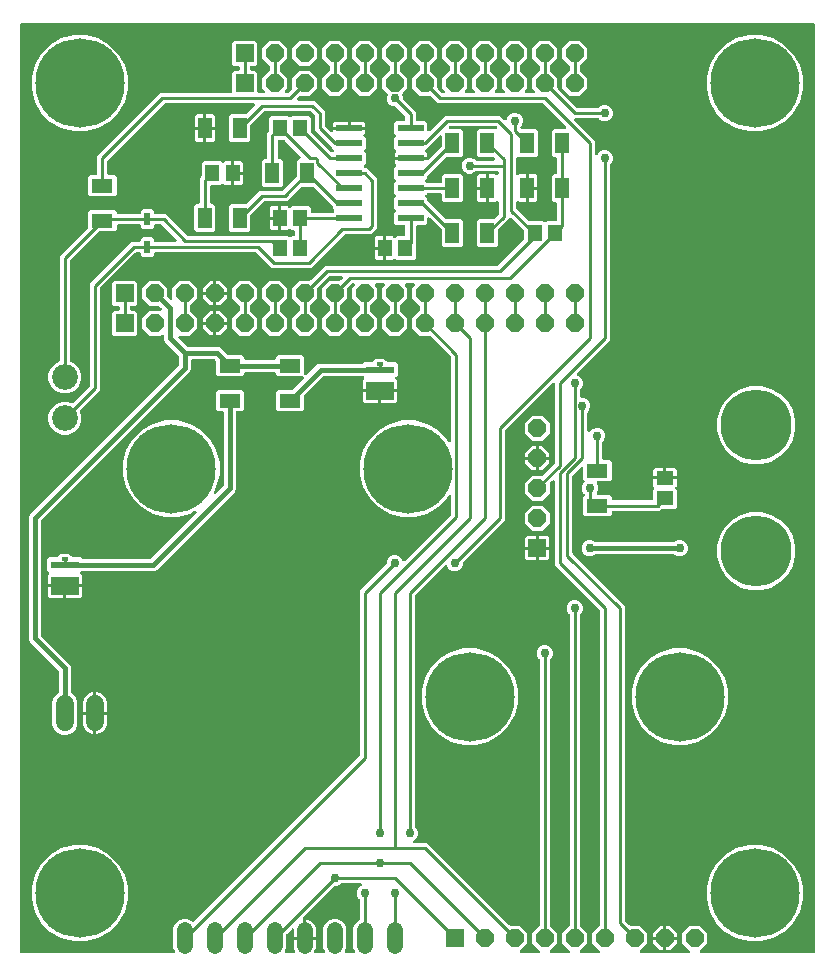
<source format=gbr>
G04 EAGLE Gerber RS-274X export*
G75*
%MOMM*%
%FSLAX34Y34*%
%LPD*%
%INTop Copper*%
%IPPOS*%
%AMOC8*
5,1,8,0,0,1.08239X$1,22.5*%
G01*
G04 Define Apertures*
%ADD10R,1.164600X1.465300*%
%ADD11R,1.524000X1.524000*%
%ADD12P,1.64956X8X22.5*%
%ADD13C,2.184400*%
%ADD14R,2.200000X0.600000*%
%ADD15R,1.164600X1.815300*%
%ADD16P,1.64956X8X112.5*%
%ADD17R,1.465300X1.164600*%
%ADD18R,1.815300X1.164600*%
%ADD19C,1.320800*%
%ADD20R,2.400000X1.600000*%
%ADD21R,2.400000X0.600000*%
%ADD22R,0.500000X0.300000*%
%ADD23C,7.550000*%
%ADD24R,0.500000X1.100000*%
%ADD25C,1.524000*%
%ADD26C,6.000000*%
%ADD27C,0.756400*%
%ADD28C,0.254000*%
%ADD29C,0.406400*%
G36*
X143072Y12801D02*
X143489Y13086D01*
X143762Y13512D01*
X143846Y14010D01*
X143750Y14456D01*
X142748Y16876D01*
X142748Y33924D01*
X144217Y37471D01*
X146933Y40187D01*
X150480Y41656D01*
X154320Y41656D01*
X157867Y40187D01*
X158576Y39478D01*
X158997Y39199D01*
X159494Y39107D01*
X159988Y39215D01*
X160372Y39478D01*
X300110Y179217D01*
X300389Y179638D01*
X300482Y180115D01*
X300482Y319289D01*
X322998Y341805D01*
X323277Y342226D01*
X323370Y342703D01*
X323370Y344259D01*
X324410Y346769D01*
X326331Y348690D01*
X328841Y349730D01*
X331559Y349730D01*
X334069Y348690D01*
X335990Y346769D01*
X336631Y345221D01*
X336914Y344802D01*
X337337Y344526D01*
X337835Y344438D01*
X338328Y344550D01*
X338703Y344809D01*
X377484Y383591D01*
X377763Y384012D01*
X377856Y384489D01*
X377856Y399320D01*
X377755Y399815D01*
X377470Y400232D01*
X377044Y400504D01*
X376546Y400589D01*
X376054Y400473D01*
X375646Y400174D01*
X375486Y399955D01*
X374277Y397860D01*
X366681Y390263D01*
X357377Y384892D01*
X347001Y382112D01*
X336259Y382112D01*
X325883Y384892D01*
X316580Y390263D01*
X308983Y397860D01*
X303612Y407163D01*
X300832Y417539D01*
X300832Y428281D01*
X303612Y438657D01*
X308983Y447961D01*
X316580Y455557D01*
X325883Y460928D01*
X336259Y463708D01*
X347001Y463708D01*
X357377Y460928D01*
X366681Y455557D01*
X374277Y447961D01*
X375486Y445865D01*
X375821Y445487D01*
X376277Y445269D01*
X376782Y445246D01*
X377256Y445421D01*
X377624Y445768D01*
X377827Y446231D01*
X377856Y446500D01*
X377856Y517211D01*
X377755Y517707D01*
X377484Y518109D01*
X360533Y535060D01*
X360112Y535339D01*
X359635Y535432D01*
X351181Y535432D01*
X344932Y541681D01*
X344932Y550519D01*
X350910Y556497D01*
X351189Y556918D01*
X351282Y557395D01*
X351282Y560205D01*
X351181Y560700D01*
X350910Y561103D01*
X344932Y567081D01*
X344932Y575919D01*
X346727Y577714D01*
X347006Y578135D01*
X347099Y578632D01*
X346991Y579126D01*
X346698Y579538D01*
X346268Y579804D01*
X345829Y579882D01*
X339971Y579882D01*
X339476Y579781D01*
X339059Y579496D01*
X338786Y579070D01*
X338702Y578572D01*
X338818Y578080D01*
X339073Y577714D01*
X340868Y575919D01*
X340868Y567081D01*
X334890Y561103D01*
X334611Y560682D01*
X334518Y560205D01*
X334518Y557395D01*
X334619Y556900D01*
X334890Y556497D01*
X340868Y550519D01*
X340868Y541681D01*
X334619Y535432D01*
X325781Y535432D01*
X319532Y541681D01*
X319532Y550519D01*
X325510Y556497D01*
X325789Y556918D01*
X325882Y557395D01*
X325882Y560205D01*
X325781Y560700D01*
X325510Y561103D01*
X319532Y567081D01*
X319532Y575919D01*
X321327Y577714D01*
X321606Y578135D01*
X321699Y578632D01*
X321591Y579126D01*
X321298Y579538D01*
X320868Y579804D01*
X320429Y579882D01*
X314571Y579882D01*
X314076Y579781D01*
X313659Y579496D01*
X313386Y579070D01*
X313302Y578572D01*
X313418Y578080D01*
X313673Y577714D01*
X315468Y575919D01*
X315468Y567081D01*
X309490Y561103D01*
X309211Y560682D01*
X309118Y560205D01*
X309118Y557395D01*
X309219Y556900D01*
X309490Y556497D01*
X315468Y550519D01*
X315468Y541681D01*
X309219Y535432D01*
X300381Y535432D01*
X294132Y541681D01*
X294132Y550519D01*
X300110Y556497D01*
X300389Y556918D01*
X300482Y557395D01*
X300482Y560205D01*
X300381Y560700D01*
X300110Y561103D01*
X294132Y567081D01*
X294132Y575919D01*
X295927Y577714D01*
X296206Y578135D01*
X296299Y578632D01*
X296191Y579126D01*
X295898Y579538D01*
X295468Y579804D01*
X295029Y579882D01*
X294415Y579882D01*
X293919Y579781D01*
X293517Y579510D01*
X290440Y576433D01*
X290161Y576012D01*
X290068Y575535D01*
X290068Y567081D01*
X284090Y561103D01*
X283811Y560682D01*
X283718Y560205D01*
X283718Y557395D01*
X283819Y556900D01*
X284090Y556497D01*
X290068Y550519D01*
X290068Y541681D01*
X283819Y535432D01*
X274981Y535432D01*
X268732Y541681D01*
X268732Y550519D01*
X274710Y556497D01*
X274989Y556918D01*
X275082Y557395D01*
X275082Y560205D01*
X274981Y560700D01*
X274710Y561103D01*
X268732Y567081D01*
X268732Y575919D01*
X274981Y582168D01*
X283435Y582168D01*
X283931Y582269D01*
X284333Y582540D01*
X285857Y584064D01*
X286137Y584485D01*
X286229Y584982D01*
X286121Y585476D01*
X285828Y585888D01*
X285398Y586154D01*
X284959Y586232D01*
X275365Y586232D01*
X274869Y586131D01*
X274467Y585860D01*
X265040Y576433D01*
X264761Y576012D01*
X264668Y575535D01*
X264668Y567081D01*
X258690Y561103D01*
X258411Y560682D01*
X258318Y560205D01*
X258318Y557395D01*
X258419Y556900D01*
X258690Y556497D01*
X264668Y550519D01*
X264668Y541681D01*
X258419Y535432D01*
X249581Y535432D01*
X243332Y541681D01*
X243332Y550519D01*
X249310Y556497D01*
X249589Y556918D01*
X249682Y557395D01*
X249682Y560205D01*
X249581Y560700D01*
X249310Y561103D01*
X243332Y567081D01*
X243332Y575919D01*
X249581Y582168D01*
X258035Y582168D01*
X258531Y582269D01*
X258933Y582540D01*
X271261Y594868D01*
X416785Y594868D01*
X417281Y594969D01*
X417683Y595240D01*
X439203Y616760D01*
X439482Y617181D01*
X439575Y617658D01*
X439575Y623767D01*
X439474Y624263D01*
X439203Y624665D01*
X428761Y635107D01*
X428340Y635387D01*
X427843Y635479D01*
X427349Y635371D01*
X426937Y635078D01*
X426671Y634648D01*
X426620Y634359D01*
X417697Y625436D01*
X417418Y625015D01*
X417325Y624538D01*
X417325Y611961D01*
X415540Y610176D01*
X401369Y610176D01*
X399583Y611961D01*
X399583Y632639D01*
X401369Y634425D01*
X413946Y634425D01*
X414441Y634525D01*
X414844Y634796D01*
X417585Y637538D01*
X417864Y637959D01*
X417957Y638436D01*
X417957Y648345D01*
X417856Y648841D01*
X417571Y649258D01*
X417145Y649530D01*
X416647Y649615D01*
X416155Y649498D01*
X415789Y649243D01*
X415329Y648784D01*
X409724Y648784D01*
X409724Y672017D01*
X415329Y672017D01*
X415789Y671557D01*
X416210Y671278D01*
X416707Y671185D01*
X417201Y671293D01*
X417613Y671586D01*
X417879Y672016D01*
X417957Y672455D01*
X417957Y673862D01*
X417856Y674357D01*
X417571Y674774D01*
X417145Y675047D01*
X416687Y675132D01*
X399567Y675132D01*
X399072Y675031D01*
X398669Y674760D01*
X397569Y673660D01*
X395059Y672620D01*
X392341Y672620D01*
X389831Y673660D01*
X387910Y675581D01*
X386870Y678091D01*
X386870Y680809D01*
X387910Y683319D01*
X389831Y685240D01*
X392341Y686280D01*
X395059Y686280D01*
X397569Y685240D01*
X398669Y684140D01*
X399091Y683861D01*
X399567Y683768D01*
X414013Y683768D01*
X414509Y683869D01*
X414926Y684154D01*
X415198Y684580D01*
X415283Y685078D01*
X415166Y685570D01*
X414911Y685936D01*
X414844Y686004D01*
X414423Y686283D01*
X413946Y686376D01*
X401369Y686376D01*
X399583Y688161D01*
X399583Y708839D01*
X401369Y710625D01*
X415402Y710625D01*
X415897Y710725D01*
X416314Y711011D01*
X416586Y711437D01*
X416671Y711935D01*
X416555Y712427D01*
X416300Y712793D01*
X416232Y712860D01*
X415811Y713139D01*
X415334Y713232D01*
X376965Y713232D01*
X376469Y713131D01*
X376067Y712860D01*
X375999Y712793D01*
X375720Y712371D01*
X375627Y711874D01*
X375736Y711381D01*
X376028Y710968D01*
X376458Y710703D01*
X376897Y710625D01*
X386032Y710625D01*
X387817Y708839D01*
X387817Y688161D01*
X386032Y686376D01*
X373454Y686376D01*
X372959Y686275D01*
X372556Y686004D01*
X357920Y671367D01*
X357641Y670946D01*
X357548Y670469D01*
X357548Y668838D01*
X356359Y667648D01*
X356079Y667227D01*
X355987Y666730D01*
X356095Y666236D01*
X356359Y665852D01*
X357121Y665090D01*
X357542Y664811D01*
X358019Y664718D01*
X368805Y664718D01*
X369300Y664819D01*
X369717Y665104D01*
X369990Y665530D01*
X370075Y665988D01*
X370075Y670739D01*
X371861Y672525D01*
X386032Y672525D01*
X387817Y670739D01*
X387817Y650061D01*
X386032Y648276D01*
X371861Y648276D01*
X370075Y650061D01*
X370075Y654812D01*
X369974Y655307D01*
X369689Y655724D01*
X369263Y655997D01*
X368805Y656082D01*
X358019Y656082D01*
X357523Y655981D01*
X357121Y655710D01*
X356359Y654948D01*
X356079Y654527D01*
X355987Y654030D01*
X356095Y653536D01*
X356359Y653152D01*
X357548Y651963D01*
X357548Y650331D01*
X357649Y649835D01*
X357920Y649433D01*
X372556Y634796D01*
X372978Y634517D01*
X373454Y634425D01*
X386032Y634425D01*
X387817Y632639D01*
X387817Y611961D01*
X386032Y610176D01*
X371861Y610176D01*
X370075Y611961D01*
X370075Y624538D01*
X369974Y625034D01*
X369703Y625436D01*
X359716Y635423D01*
X359295Y635703D01*
X358798Y635795D01*
X358304Y635687D01*
X357892Y635394D01*
X357626Y634964D01*
X357548Y634525D01*
X357548Y630738D01*
X355763Y628952D01*
X349088Y628952D01*
X348593Y628851D01*
X348176Y628566D01*
X347903Y628140D01*
X347818Y627682D01*
X347818Y618722D01*
X347825Y618688D01*
X347825Y601011D01*
X346040Y599226D01*
X331869Y599226D01*
X330739Y600355D01*
X330317Y600634D01*
X329821Y600727D01*
X329327Y600619D01*
X328943Y600355D01*
X328321Y599734D01*
X322716Y599734D01*
X322716Y619467D01*
X328321Y619467D01*
X328943Y618845D01*
X329364Y618566D01*
X329861Y618473D01*
X330355Y618582D01*
X330739Y618845D01*
X331869Y619975D01*
X337912Y619975D01*
X338407Y620075D01*
X338824Y620361D01*
X339097Y620787D01*
X339182Y621245D01*
X339182Y627682D01*
X339081Y628177D01*
X338796Y628594D01*
X338370Y628867D01*
X337912Y628952D01*
X331238Y628952D01*
X329452Y630738D01*
X329452Y639263D01*
X330641Y640452D01*
X330921Y640873D01*
X331013Y641370D01*
X330905Y641864D01*
X330641Y642248D01*
X329452Y643438D01*
X329452Y651963D01*
X330641Y653152D01*
X330921Y653573D01*
X331013Y654070D01*
X330905Y654564D01*
X330641Y654948D01*
X329452Y656138D01*
X329452Y664663D01*
X330641Y665852D01*
X330921Y666273D01*
X331013Y666770D01*
X330905Y667264D01*
X330641Y667648D01*
X329452Y668838D01*
X329452Y677363D01*
X331001Y678911D01*
X331280Y679333D01*
X331373Y679829D01*
X331264Y680323D01*
X331001Y680707D01*
X329960Y681748D01*
X329960Y684530D01*
X357675Y684530D01*
X357675Y684695D01*
X357852Y684582D01*
X358350Y684497D01*
X358842Y684614D01*
X359208Y684869D01*
X369703Y695364D01*
X369982Y695785D01*
X370075Y696262D01*
X370075Y703802D01*
X369974Y704298D01*
X369689Y704715D01*
X369263Y704987D01*
X368765Y705072D01*
X368273Y704955D01*
X367907Y704700D01*
X357920Y694713D01*
X357716Y694406D01*
X355999Y692689D01*
X355720Y692267D01*
X355628Y691771D01*
X355736Y691277D01*
X355999Y690893D01*
X357040Y689852D01*
X357040Y687070D01*
X329960Y687070D01*
X329960Y689852D01*
X331001Y690893D01*
X331280Y691314D01*
X331373Y691811D01*
X331264Y692305D01*
X331001Y692689D01*
X329452Y694238D01*
X329452Y702763D01*
X330641Y703952D01*
X330921Y704373D01*
X331013Y704870D01*
X330905Y705364D01*
X330641Y705748D01*
X329452Y706938D01*
X329452Y715463D01*
X331238Y717248D01*
X337912Y717248D01*
X338407Y717349D01*
X338824Y717634D01*
X339097Y718060D01*
X339182Y718518D01*
X339182Y720759D01*
X339081Y721255D01*
X338810Y721657D01*
X331295Y729172D01*
X330874Y729451D01*
X330397Y729544D01*
X328841Y729544D01*
X326331Y730584D01*
X324410Y732505D01*
X323370Y735015D01*
X323370Y737733D01*
X324015Y739290D01*
X324112Y739786D01*
X324007Y740280D01*
X323740Y740674D01*
X319532Y744881D01*
X319532Y753719D01*
X325510Y759697D01*
X325789Y760118D01*
X325882Y760595D01*
X325882Y763405D01*
X325781Y763900D01*
X325510Y764303D01*
X319532Y770281D01*
X319532Y779119D01*
X325781Y785368D01*
X334619Y785368D01*
X340868Y779119D01*
X340868Y770281D01*
X334890Y764303D01*
X334611Y763882D01*
X334518Y763405D01*
X334518Y760595D01*
X334619Y760100D01*
X334890Y759697D01*
X340868Y753719D01*
X340868Y744881D01*
X336660Y740674D01*
X336381Y740252D01*
X336289Y739755D01*
X336385Y739290D01*
X337030Y737733D01*
X337030Y736177D01*
X337131Y735681D01*
X337402Y735279D01*
X347818Y724863D01*
X347818Y718518D01*
X347919Y718023D01*
X348204Y717606D01*
X348630Y717333D01*
X349088Y717248D01*
X355763Y717248D01*
X357548Y715463D01*
X357548Y709621D01*
X357649Y709125D01*
X357934Y708708D01*
X358360Y708436D01*
X358858Y708351D01*
X359350Y708468D01*
X359716Y708723D01*
X372861Y721868D01*
X419437Y721868D01*
X422872Y718433D01*
X423294Y718154D01*
X423791Y718061D01*
X424284Y718170D01*
X424697Y718462D01*
X424944Y718845D01*
X426010Y721419D01*
X427931Y723340D01*
X430441Y724380D01*
X433159Y724380D01*
X435669Y723340D01*
X437590Y721419D01*
X438630Y718909D01*
X438630Y716191D01*
X437590Y713681D01*
X436702Y712793D01*
X436422Y712371D01*
X436330Y711874D01*
X436438Y711381D01*
X436731Y710968D01*
X437161Y710703D01*
X437600Y710625D01*
X449532Y710625D01*
X451317Y708839D01*
X451317Y688161D01*
X449532Y686376D01*
X435361Y686376D01*
X435111Y686625D01*
X434690Y686904D01*
X434193Y686997D01*
X433699Y686888D01*
X433287Y686596D01*
X433021Y686166D01*
X432943Y685727D01*
X432943Y672455D01*
X433044Y671959D01*
X433329Y671542D01*
X433755Y671270D01*
X434253Y671185D01*
X434745Y671302D01*
X435111Y671557D01*
X435571Y672017D01*
X441176Y672017D01*
X441176Y648784D01*
X435571Y648784D01*
X435111Y649243D01*
X434690Y649523D01*
X434193Y649615D01*
X433699Y649507D01*
X433287Y649214D01*
X433021Y648784D01*
X432943Y648345D01*
X432943Y643665D01*
X433044Y643169D01*
X433315Y642767D01*
X443035Y633046D01*
X443457Y632767D01*
X443933Y632675D01*
X455532Y632675D01*
X456302Y631904D01*
X456723Y631625D01*
X457220Y631532D01*
X457714Y631641D01*
X458098Y631904D01*
X458869Y632675D01*
X466366Y632675D01*
X466861Y632775D01*
X467278Y633061D01*
X467551Y633487D01*
X467636Y633945D01*
X467636Y647006D01*
X467535Y647501D01*
X467250Y647918D01*
X466824Y648190D01*
X466366Y648276D01*
X464869Y648276D01*
X463083Y650061D01*
X463083Y670739D01*
X464869Y672525D01*
X466366Y672525D01*
X466861Y672625D01*
X467278Y672911D01*
X467551Y673337D01*
X467636Y673795D01*
X467636Y685106D01*
X467535Y685601D01*
X467250Y686018D01*
X466824Y686290D01*
X466366Y686376D01*
X464869Y686376D01*
X463083Y688161D01*
X463083Y708839D01*
X464869Y710625D01*
X474003Y710625D01*
X474498Y710725D01*
X474915Y711011D01*
X475188Y711437D01*
X475272Y711935D01*
X475156Y712427D01*
X474901Y712793D01*
X455783Y731910D01*
X455362Y732189D01*
X454885Y732282D01*
X366511Y732282D01*
X360533Y738260D01*
X360112Y738539D01*
X359635Y738632D01*
X351181Y738632D01*
X344932Y744881D01*
X344932Y753719D01*
X350910Y759697D01*
X351189Y760118D01*
X351282Y760595D01*
X351282Y763405D01*
X351181Y763900D01*
X350910Y764303D01*
X344932Y770281D01*
X344932Y779119D01*
X351181Y785368D01*
X360019Y785368D01*
X366268Y779119D01*
X366268Y770281D01*
X360290Y764303D01*
X360011Y763882D01*
X359918Y763405D01*
X359918Y760595D01*
X360019Y760100D01*
X360290Y759697D01*
X366268Y753719D01*
X366268Y745265D01*
X366369Y744769D01*
X366640Y744367D01*
X369717Y741290D01*
X370138Y741011D01*
X370615Y740918D01*
X371229Y740918D01*
X371724Y741019D01*
X372141Y741304D01*
X372414Y741730D01*
X372498Y742228D01*
X372382Y742720D01*
X372127Y743086D01*
X370332Y744881D01*
X370332Y753719D01*
X376310Y759697D01*
X376589Y760118D01*
X376682Y760595D01*
X376682Y763405D01*
X376581Y763900D01*
X376310Y764303D01*
X370332Y770281D01*
X370332Y779119D01*
X376581Y785368D01*
X385419Y785368D01*
X391668Y779119D01*
X391668Y770281D01*
X385690Y764303D01*
X385411Y763882D01*
X385318Y763405D01*
X385318Y760595D01*
X385419Y760100D01*
X385690Y759697D01*
X391668Y753719D01*
X391668Y744881D01*
X389873Y743086D01*
X389594Y742665D01*
X389501Y742168D01*
X389610Y741674D01*
X389902Y741262D01*
X390332Y740996D01*
X390771Y740918D01*
X396629Y740918D01*
X397124Y741019D01*
X397541Y741304D01*
X397814Y741730D01*
X397898Y742228D01*
X397782Y742720D01*
X397527Y743086D01*
X395732Y744881D01*
X395732Y753719D01*
X401710Y759697D01*
X401989Y760118D01*
X402082Y760595D01*
X402082Y763405D01*
X401981Y763900D01*
X401710Y764303D01*
X395732Y770281D01*
X395732Y779119D01*
X401981Y785368D01*
X410819Y785368D01*
X417068Y779119D01*
X417068Y770281D01*
X411090Y764303D01*
X410811Y763882D01*
X410718Y763405D01*
X410718Y760595D01*
X410819Y760100D01*
X411090Y759697D01*
X417068Y753719D01*
X417068Y744881D01*
X415273Y743086D01*
X414994Y742665D01*
X414901Y742168D01*
X415010Y741674D01*
X415302Y741262D01*
X415732Y740996D01*
X416171Y740918D01*
X422029Y740918D01*
X422524Y741019D01*
X422941Y741304D01*
X423214Y741730D01*
X423298Y742228D01*
X423182Y742720D01*
X422927Y743086D01*
X421132Y744881D01*
X421132Y753719D01*
X427110Y759697D01*
X427389Y760118D01*
X427482Y760595D01*
X427482Y763405D01*
X427381Y763900D01*
X427110Y764303D01*
X421132Y770281D01*
X421132Y779119D01*
X427381Y785368D01*
X436219Y785368D01*
X442468Y779119D01*
X442468Y770281D01*
X436490Y764303D01*
X436211Y763882D01*
X436118Y763405D01*
X436118Y760595D01*
X436219Y760100D01*
X436490Y759697D01*
X442468Y753719D01*
X442468Y744881D01*
X440673Y743086D01*
X440394Y742665D01*
X440301Y742168D01*
X440410Y741674D01*
X440702Y741262D01*
X441132Y740996D01*
X441571Y740918D01*
X447429Y740918D01*
X447924Y741019D01*
X448341Y741304D01*
X448614Y741730D01*
X448698Y742228D01*
X448582Y742720D01*
X448327Y743086D01*
X446532Y744881D01*
X446532Y753719D01*
X452510Y759697D01*
X452789Y760118D01*
X452882Y760595D01*
X452882Y763405D01*
X452781Y763900D01*
X452510Y764303D01*
X446532Y770281D01*
X446532Y779119D01*
X452781Y785368D01*
X461619Y785368D01*
X467868Y779119D01*
X467868Y770281D01*
X461890Y764303D01*
X461611Y763882D01*
X461518Y763405D01*
X461518Y760595D01*
X461619Y760100D01*
X461890Y759697D01*
X467868Y753719D01*
X467868Y745265D01*
X467969Y744769D01*
X468240Y744367D01*
X484017Y728590D01*
X484438Y728311D01*
X484915Y728218D01*
X502133Y728218D01*
X502628Y728319D01*
X503031Y728590D01*
X504131Y729690D01*
X506641Y730730D01*
X509359Y730730D01*
X511869Y729690D01*
X513790Y727769D01*
X514830Y725259D01*
X514830Y722541D01*
X513790Y720031D01*
X511869Y718110D01*
X509359Y717070D01*
X506641Y717070D01*
X504131Y718110D01*
X503031Y719210D01*
X502610Y719489D01*
X502133Y719582D01*
X483391Y719582D01*
X482895Y719481D01*
X482478Y719196D01*
X482206Y718770D01*
X482121Y718272D01*
X482238Y717780D01*
X482493Y717414D01*
X499618Y700289D01*
X499618Y689796D01*
X499719Y689301D01*
X500004Y688884D01*
X500430Y688612D01*
X500928Y688527D01*
X501420Y688643D01*
X501828Y688942D01*
X502061Y689310D01*
X502210Y689669D01*
X504131Y691590D01*
X506641Y692630D01*
X509359Y692630D01*
X511869Y691590D01*
X513790Y689669D01*
X514830Y687159D01*
X514830Y684441D01*
X513790Y681931D01*
X512690Y680831D01*
X512411Y680410D01*
X512318Y679933D01*
X512318Y531611D01*
X484509Y503803D01*
X484230Y503381D01*
X484137Y502884D01*
X484246Y502391D01*
X484538Y501978D01*
X484921Y501731D01*
X486469Y501090D01*
X488390Y499169D01*
X489430Y496659D01*
X489430Y493941D01*
X488390Y491431D01*
X487290Y490331D01*
X487011Y489910D01*
X486918Y489433D01*
X486918Y484350D01*
X487019Y483855D01*
X487304Y483438D01*
X487730Y483165D01*
X488188Y483080D01*
X490309Y483080D01*
X492819Y482040D01*
X494740Y480119D01*
X495780Y477609D01*
X495780Y474891D01*
X494740Y472381D01*
X493640Y471281D01*
X493361Y470860D01*
X493268Y470383D01*
X493268Y455392D01*
X493369Y454897D01*
X493654Y454480D01*
X494080Y454207D01*
X494578Y454123D01*
X495070Y454239D01*
X495478Y454538D01*
X495521Y454606D01*
X497555Y456640D01*
X500065Y457680D01*
X502783Y457680D01*
X505293Y456640D01*
X507214Y454719D01*
X508254Y452209D01*
X508254Y449491D01*
X507214Y446981D01*
X506340Y446107D01*
X506061Y445686D01*
X505968Y445209D01*
X505968Y431295D01*
X506069Y430800D01*
X506354Y430383D01*
X506780Y430110D01*
X507238Y430025D01*
X511989Y430025D01*
X513775Y428240D01*
X513775Y414069D01*
X511989Y412283D01*
X502142Y412283D01*
X501647Y412182D01*
X501230Y411897D01*
X500958Y411471D01*
X500873Y410973D01*
X500989Y410481D01*
X501022Y410433D01*
X502130Y407759D01*
X502130Y405041D01*
X501004Y402322D01*
X500965Y402264D01*
X500872Y401767D01*
X500981Y401273D01*
X501273Y400861D01*
X501703Y400595D01*
X502142Y400517D01*
X511989Y400517D01*
X513775Y398732D01*
X513775Y397234D01*
X513875Y396739D01*
X514161Y396322D01*
X514587Y396049D01*
X515045Y395964D01*
X547156Y395964D01*
X547651Y396065D01*
X548068Y396350D01*
X548340Y396776D01*
X548426Y397234D01*
X548426Y404732D01*
X549555Y405861D01*
X549834Y406283D01*
X549927Y406779D01*
X549819Y407273D01*
X549555Y407657D01*
X548934Y408279D01*
X548934Y413884D01*
X568667Y413884D01*
X568667Y408279D01*
X568045Y407657D01*
X567766Y407236D01*
X567673Y406739D01*
X567782Y406245D01*
X568045Y405861D01*
X569175Y404732D01*
X569175Y390561D01*
X567389Y388775D01*
X556562Y388775D01*
X556066Y388674D01*
X555664Y388403D01*
X554589Y387328D01*
X515045Y387328D01*
X514549Y387227D01*
X514132Y386942D01*
X513860Y386516D01*
X513775Y386058D01*
X513775Y384561D01*
X511989Y382775D01*
X491311Y382775D01*
X489526Y384561D01*
X489526Y398732D01*
X490519Y399725D01*
X490799Y400147D01*
X490891Y400644D01*
X490783Y401137D01*
X490519Y401522D01*
X489510Y402531D01*
X488470Y405041D01*
X488470Y407759D01*
X489510Y410269D01*
X490519Y411279D01*
X490799Y411700D01*
X490891Y412197D01*
X490783Y412690D01*
X490519Y413075D01*
X489526Y414069D01*
X489526Y423203D01*
X489425Y423698D01*
X489139Y424115D01*
X488713Y424388D01*
X488215Y424472D01*
X487723Y424356D01*
X487357Y424101D01*
X480940Y417683D01*
X480661Y417262D01*
X480568Y416785D01*
X480568Y351565D01*
X480669Y351069D01*
X480940Y350667D01*
X525018Y306589D01*
X525018Y40415D01*
X525119Y39919D01*
X525390Y39517D01*
X528467Y36440D01*
X528888Y36161D01*
X529365Y36068D01*
X537819Y36068D01*
X544068Y29819D01*
X544068Y20981D01*
X537955Y14868D01*
X537676Y14447D01*
X537583Y13950D01*
X537692Y13456D01*
X537984Y13044D01*
X538414Y12778D01*
X538853Y12700D01*
X578747Y12700D01*
X579242Y12801D01*
X579659Y13086D01*
X579932Y13512D01*
X580016Y14010D01*
X579900Y14502D01*
X579645Y14868D01*
X573532Y20981D01*
X573532Y29819D01*
X579781Y36068D01*
X588619Y36068D01*
X594868Y29819D01*
X594868Y20981D01*
X588755Y14868D01*
X588476Y14447D01*
X588383Y13950D01*
X588492Y13456D01*
X588784Y13044D01*
X589214Y12778D01*
X589653Y12700D01*
X684530Y12700D01*
X685025Y12801D01*
X685442Y13086D01*
X685715Y13512D01*
X685800Y13970D01*
X685800Y798830D01*
X685699Y799325D01*
X685414Y799742D01*
X684988Y800015D01*
X684530Y800100D01*
X13970Y800100D01*
X13475Y799999D01*
X13058Y799714D01*
X12785Y799288D01*
X12700Y798830D01*
X12700Y13970D01*
X12801Y13475D01*
X13086Y13058D01*
X13512Y12785D01*
X13970Y12700D01*
X142577Y12700D01*
X143072Y12801D01*
G37*
%LPC*%
G36*
X629629Y708502D02*
X619253Y711282D01*
X609950Y716653D01*
X602353Y724250D01*
X596982Y733553D01*
X594202Y743929D01*
X594202Y754671D01*
X596982Y765047D01*
X602353Y774351D01*
X609950Y781947D01*
X619253Y787318D01*
X629629Y790098D01*
X640371Y790098D01*
X650747Y787318D01*
X660051Y781947D01*
X667647Y774351D01*
X673018Y765047D01*
X675798Y754671D01*
X675798Y743929D01*
X673018Y733553D01*
X667647Y724250D01*
X660051Y716653D01*
X650747Y711282D01*
X640371Y708502D01*
X629629Y708502D01*
G37*
G36*
X58129Y708502D02*
X47753Y711282D01*
X38450Y716653D01*
X30853Y724250D01*
X25482Y733553D01*
X22702Y743929D01*
X22702Y754671D01*
X25482Y765047D01*
X30853Y774351D01*
X38450Y781947D01*
X47753Y787318D01*
X58129Y790098D01*
X68871Y790098D01*
X79247Y787318D01*
X88551Y781947D01*
X96147Y774351D01*
X101518Y765047D01*
X104298Y754671D01*
X104298Y743929D01*
X101518Y733553D01*
X96147Y724250D01*
X88551Y716653D01*
X79247Y711282D01*
X68871Y708502D01*
X58129Y708502D01*
G37*
G36*
X48003Y451630D02*
X42869Y453757D01*
X38939Y457687D01*
X36812Y462821D01*
X36812Y468379D01*
X38939Y473513D01*
X42869Y477443D01*
X48003Y479570D01*
X53561Y479570D01*
X56372Y478406D01*
X56868Y478309D01*
X57363Y478413D01*
X57756Y478681D01*
X71510Y492435D01*
X71789Y492856D01*
X71882Y493333D01*
X71882Y579639D01*
X107111Y614868D01*
X113832Y614868D01*
X114327Y614969D01*
X114744Y615254D01*
X115017Y615680D01*
X115102Y616138D01*
X115102Y617313D01*
X116888Y619098D01*
X124413Y619098D01*
X126198Y617313D01*
X126198Y616138D01*
X126299Y615643D01*
X126584Y615226D01*
X127010Y614953D01*
X127468Y614868D01*
X144309Y614868D01*
X144805Y614969D01*
X145222Y615254D01*
X145494Y615680D01*
X145579Y616178D01*
X145462Y616670D01*
X145207Y617036D01*
X132883Y629360D01*
X132462Y629639D01*
X131985Y629732D01*
X127468Y629732D01*
X126973Y629631D01*
X126556Y629346D01*
X126283Y628920D01*
X126198Y628462D01*
X126198Y627288D01*
X124413Y625502D01*
X116888Y625502D01*
X115102Y627288D01*
X115102Y628462D01*
X115001Y628957D01*
X114716Y629374D01*
X114290Y629647D01*
X113832Y629732D01*
X95945Y629732D01*
X95449Y629631D01*
X95032Y629346D01*
X94760Y628920D01*
X94675Y628462D01*
X94675Y625861D01*
X92889Y624075D01*
X80312Y624075D01*
X79816Y623974D01*
X79414Y623703D01*
X55472Y599761D01*
X55193Y599340D01*
X55100Y598863D01*
X55100Y514781D01*
X55201Y514286D01*
X55486Y513869D01*
X55884Y513608D01*
X58695Y512443D01*
X62625Y508513D01*
X64752Y503379D01*
X64752Y497821D01*
X62625Y492687D01*
X58695Y488757D01*
X53561Y486630D01*
X48003Y486630D01*
X42869Y488757D01*
X38939Y492687D01*
X36812Y497821D01*
X36812Y503379D01*
X38939Y508513D01*
X42869Y512443D01*
X45680Y513608D01*
X46099Y513890D01*
X46375Y514314D01*
X46464Y514781D01*
X46464Y602967D01*
X70054Y626556D01*
X70333Y626978D01*
X70426Y627454D01*
X70426Y640032D01*
X72211Y641817D01*
X92889Y641817D01*
X94675Y640032D01*
X94675Y639638D01*
X94775Y639143D01*
X95061Y638726D01*
X95487Y638453D01*
X95945Y638368D01*
X113832Y638368D01*
X114327Y638469D01*
X114744Y638754D01*
X115017Y639180D01*
X115102Y639638D01*
X115102Y640813D01*
X116888Y642598D01*
X124413Y642598D01*
X126198Y640813D01*
X126198Y639638D01*
X126299Y639143D01*
X126584Y638726D01*
X127010Y638453D01*
X127468Y638368D01*
X136089Y638368D01*
X153817Y620640D01*
X154238Y620361D01*
X154715Y620268D01*
X228025Y620268D01*
X228328Y620067D01*
X228804Y619975D01*
X239632Y619975D01*
X240402Y619204D01*
X240823Y618925D01*
X241320Y618832D01*
X241814Y618941D01*
X242198Y619204D01*
X242969Y619975D01*
X244466Y619975D01*
X244961Y620075D01*
X245378Y620361D01*
X245651Y620787D01*
X245736Y621245D01*
X245736Y623356D01*
X245635Y623851D01*
X245350Y624268D01*
X244924Y624540D01*
X244466Y624626D01*
X242969Y624626D01*
X241839Y625755D01*
X241417Y626034D01*
X240921Y626127D01*
X240427Y626019D01*
X240043Y625755D01*
X239421Y625134D01*
X233816Y625134D01*
X233816Y644867D01*
X239421Y644867D01*
X240043Y644245D01*
X240464Y643966D01*
X240961Y643873D01*
X241455Y643982D01*
X241839Y644245D01*
X242969Y645375D01*
X257140Y645375D01*
X258925Y643589D01*
X258925Y640588D01*
X259026Y640093D01*
X259311Y639676D01*
X259737Y639403D01*
X260195Y639318D01*
X276981Y639318D01*
X277477Y639419D01*
X277879Y639690D01*
X278641Y640452D01*
X278921Y640873D01*
X279013Y641370D01*
X278905Y641864D01*
X278641Y642248D01*
X277452Y643438D01*
X277452Y645069D01*
X277351Y645565D01*
X277080Y645967D01*
X262444Y660604D01*
X262023Y660883D01*
X261546Y660976D01*
X250562Y660976D01*
X250067Y660875D01*
X249664Y660604D01*
X238793Y649732D01*
X220269Y649732D01*
X219773Y649631D01*
X219371Y649360D01*
X208147Y638136D01*
X207868Y637715D01*
X207775Y637238D01*
X207775Y624661D01*
X205990Y622876D01*
X191819Y622876D01*
X190033Y624661D01*
X190033Y645339D01*
X191819Y647125D01*
X204396Y647125D01*
X204891Y647225D01*
X205294Y647496D01*
X216165Y658368D01*
X234689Y658368D01*
X235185Y658469D01*
X235587Y658740D01*
X246811Y669964D01*
X247090Y670385D01*
X247183Y670862D01*
X247183Y683439D01*
X248969Y685225D01*
X249349Y685225D01*
X249844Y685325D01*
X250261Y685611D01*
X250534Y686037D01*
X250618Y686535D01*
X250502Y687027D01*
X250247Y687393D01*
X237186Y700454D01*
X236765Y700733D01*
X236288Y700826D01*
X232134Y700826D01*
X231639Y700725D01*
X231222Y700439D01*
X230949Y700013D01*
X230864Y699556D01*
X230864Y686495D01*
X230965Y685999D01*
X231250Y685582D01*
X231676Y685310D01*
X232134Y685225D01*
X233632Y685225D01*
X235417Y683439D01*
X235417Y662761D01*
X233632Y660976D01*
X219461Y660976D01*
X217675Y662761D01*
X217675Y683439D01*
X219461Y685225D01*
X220958Y685225D01*
X221453Y685325D01*
X221870Y685611D01*
X222143Y686037D01*
X222228Y686495D01*
X222228Y706989D01*
X223303Y708064D01*
X223582Y708485D01*
X223675Y708962D01*
X223675Y719789D01*
X225461Y721575D01*
X239632Y721575D01*
X240402Y720804D01*
X240823Y720525D01*
X241320Y720432D01*
X241814Y720541D01*
X242198Y720804D01*
X242969Y721575D01*
X257140Y721575D01*
X258925Y719789D01*
X258925Y708962D01*
X259026Y708466D01*
X259297Y708064D01*
X276477Y690884D01*
X276898Y690604D01*
X277395Y690512D01*
X277889Y690620D01*
X278273Y690884D01*
X278641Y691252D01*
X278921Y691673D01*
X279013Y692170D01*
X278905Y692664D01*
X278641Y693048D01*
X277295Y694395D01*
X277080Y694713D01*
X262382Y709411D01*
X262382Y721585D01*
X262281Y722081D01*
X262010Y722483D01*
X258933Y725560D01*
X258512Y725839D01*
X258035Y725932D01*
X220269Y725932D01*
X219773Y725831D01*
X219371Y725560D01*
X208147Y714336D01*
X207868Y713915D01*
X207775Y713438D01*
X207775Y700861D01*
X205990Y699076D01*
X191819Y699076D01*
X190033Y700861D01*
X190033Y721539D01*
X191819Y723325D01*
X204396Y723325D01*
X204891Y723425D01*
X205294Y723696D01*
X211711Y730114D01*
X211991Y730535D01*
X212083Y731032D01*
X211975Y731526D01*
X211682Y731938D01*
X211252Y732204D01*
X210813Y732282D01*
X135665Y732282D01*
X135169Y732181D01*
X134767Y731910D01*
X87240Y684383D01*
X86961Y683962D01*
X86868Y683485D01*
X86868Y672595D01*
X86969Y672100D01*
X87254Y671683D01*
X87680Y671410D01*
X88138Y671325D01*
X92889Y671325D01*
X94675Y669540D01*
X94675Y655369D01*
X92889Y653583D01*
X72211Y653583D01*
X70426Y655369D01*
X70426Y669540D01*
X72211Y671325D01*
X76962Y671325D01*
X77457Y671426D01*
X77874Y671711D01*
X78147Y672137D01*
X78232Y672595D01*
X78232Y687589D01*
X131561Y740918D01*
X191262Y740918D01*
X191757Y741019D01*
X192174Y741304D01*
X192447Y741730D01*
X192532Y742188D01*
X192532Y758183D01*
X194318Y759968D01*
X197612Y759968D01*
X198107Y760069D01*
X198524Y760354D01*
X198797Y760780D01*
X198882Y761238D01*
X198882Y762762D01*
X198781Y763257D01*
X198496Y763674D01*
X198070Y763947D01*
X197612Y764032D01*
X194318Y764032D01*
X192532Y765818D01*
X192532Y783583D01*
X194318Y785368D01*
X212083Y785368D01*
X213868Y783583D01*
X213868Y765818D01*
X212083Y764032D01*
X208788Y764032D01*
X208293Y763931D01*
X207876Y763646D01*
X207603Y763220D01*
X207518Y762762D01*
X207518Y761238D01*
X207619Y760743D01*
X207904Y760326D01*
X208330Y760053D01*
X208788Y759968D01*
X212083Y759968D01*
X213868Y758183D01*
X213868Y742188D01*
X213969Y741693D01*
X214254Y741276D01*
X214680Y741003D01*
X215138Y740918D01*
X218829Y740918D01*
X219324Y741019D01*
X219741Y741304D01*
X220014Y741730D01*
X220098Y742228D01*
X219982Y742720D01*
X219727Y743086D01*
X217932Y744881D01*
X217932Y753719D01*
X223910Y759697D01*
X224189Y760118D01*
X224282Y760595D01*
X224282Y763405D01*
X224181Y763900D01*
X223910Y764303D01*
X217932Y770281D01*
X217932Y779119D01*
X224181Y785368D01*
X233019Y785368D01*
X239268Y779119D01*
X239268Y770281D01*
X233290Y764303D01*
X233011Y763882D01*
X232918Y763405D01*
X232918Y760595D01*
X233019Y760100D01*
X233290Y759697D01*
X239268Y753719D01*
X239268Y744881D01*
X237473Y743086D01*
X237194Y742665D01*
X237101Y742168D01*
X237210Y741674D01*
X237502Y741262D01*
X237932Y740996D01*
X238371Y740918D01*
X238985Y740918D01*
X239481Y741019D01*
X239883Y741290D01*
X242960Y744367D01*
X243239Y744788D01*
X243332Y745265D01*
X243332Y753719D01*
X249581Y759968D01*
X258419Y759968D01*
X264668Y753719D01*
X264668Y744881D01*
X258419Y738632D01*
X249965Y738632D01*
X249469Y738531D01*
X249067Y738260D01*
X247543Y736736D01*
X247263Y736315D01*
X247171Y735818D01*
X247279Y735324D01*
X247572Y734912D01*
X248002Y734646D01*
X248441Y734568D01*
X262139Y734568D01*
X271018Y725689D01*
X271018Y713515D01*
X271119Y713019D01*
X271390Y712617D01*
X275792Y708215D01*
X276213Y707935D01*
X276710Y707843D01*
X277204Y707951D01*
X277616Y708244D01*
X277882Y708674D01*
X277960Y709113D01*
X277960Y709930D01*
X305040Y709930D01*
X305040Y707148D01*
X303999Y706107D01*
X303720Y705686D01*
X303628Y705189D01*
X303736Y704695D01*
X303999Y704311D01*
X305548Y702763D01*
X305548Y694238D01*
X304359Y693048D01*
X304079Y692627D01*
X303987Y692130D01*
X304095Y691636D01*
X304359Y691252D01*
X305548Y690063D01*
X305548Y681538D01*
X304359Y680348D01*
X304079Y679927D01*
X303987Y679430D01*
X304095Y678936D01*
X304359Y678552D01*
X305121Y677790D01*
X305542Y677511D01*
X306019Y677418D01*
X306589Y677418D01*
X315468Y668539D01*
X315468Y626861D01*
X309764Y621157D01*
X288065Y621157D01*
X287569Y621056D01*
X287167Y620785D01*
X258964Y592582D01*
X226357Y592582D01*
X213079Y605860D01*
X212657Y606139D01*
X212181Y606232D01*
X127468Y606232D01*
X126973Y606131D01*
X126556Y605846D01*
X126283Y605420D01*
X126198Y604962D01*
X126198Y603788D01*
X124413Y602002D01*
X116888Y602002D01*
X115102Y603788D01*
X115102Y604962D01*
X115001Y605457D01*
X114716Y605874D01*
X114290Y606147D01*
X113832Y606232D01*
X111215Y606232D01*
X110719Y606131D01*
X110317Y605860D01*
X80890Y576433D01*
X80611Y576012D01*
X80518Y575535D01*
X80518Y489229D01*
X63863Y472574D01*
X63584Y472153D01*
X63491Y471656D01*
X63588Y471190D01*
X64752Y468379D01*
X64752Y462821D01*
X62625Y457687D01*
X58695Y453757D01*
X53561Y451630D01*
X48003Y451630D01*
G37*
G36*
X274981Y738632D02*
X268732Y744881D01*
X268732Y753719D01*
X274710Y759697D01*
X274989Y760118D01*
X275082Y760595D01*
X275082Y763405D01*
X274981Y763900D01*
X274710Y764303D01*
X268732Y770281D01*
X268732Y779119D01*
X274981Y785368D01*
X283819Y785368D01*
X290068Y779119D01*
X290068Y770281D01*
X284090Y764303D01*
X283811Y763882D01*
X283718Y763405D01*
X283718Y760595D01*
X283819Y760100D01*
X284090Y759697D01*
X290068Y753719D01*
X290068Y744881D01*
X283819Y738632D01*
X274981Y738632D01*
G37*
G36*
X300381Y738632D02*
X294132Y744881D01*
X294132Y753719D01*
X300110Y759697D01*
X300389Y760118D01*
X300482Y760595D01*
X300482Y763405D01*
X300381Y763900D01*
X300110Y764303D01*
X294132Y770281D01*
X294132Y779119D01*
X300381Y785368D01*
X309219Y785368D01*
X315468Y779119D01*
X315468Y770281D01*
X309490Y764303D01*
X309211Y763882D01*
X309118Y763405D01*
X309118Y760595D01*
X309219Y760100D01*
X309490Y759697D01*
X315468Y753719D01*
X315468Y744881D01*
X309219Y738632D01*
X300381Y738632D01*
G37*
G36*
X478181Y738632D02*
X471932Y744881D01*
X471932Y753719D01*
X477910Y759697D01*
X478189Y760118D01*
X478282Y760595D01*
X478282Y763405D01*
X478181Y763900D01*
X477910Y764303D01*
X471932Y770281D01*
X471932Y779119D01*
X478181Y785368D01*
X487019Y785368D01*
X493268Y779119D01*
X493268Y770281D01*
X487290Y764303D01*
X487011Y763882D01*
X486918Y763405D01*
X486918Y760595D01*
X487019Y760100D01*
X487290Y759697D01*
X493268Y753719D01*
X493268Y744881D01*
X487019Y738632D01*
X478181Y738632D01*
G37*
G36*
X249581Y764032D02*
X243332Y770281D01*
X243332Y779119D01*
X249581Y785368D01*
X258419Y785368D01*
X264668Y779119D01*
X264668Y770281D01*
X258419Y764032D01*
X249581Y764032D01*
G37*
G36*
X161033Y712470D02*
X161033Y721329D01*
X162521Y722817D01*
X168126Y722817D01*
X168126Y712470D01*
X161033Y712470D01*
G37*
G36*
X170666Y712470D02*
X170666Y722817D01*
X176271Y722817D01*
X177759Y721329D01*
X177759Y712470D01*
X170666Y712470D01*
G37*
G36*
X277960Y712470D02*
X277960Y715252D01*
X279448Y716740D01*
X290230Y716740D01*
X290230Y712470D01*
X277960Y712470D01*
G37*
G36*
X292770Y712470D02*
X292770Y716740D01*
X303552Y716740D01*
X305040Y715252D01*
X305040Y712470D01*
X292770Y712470D01*
G37*
G36*
X170666Y699584D02*
X170666Y709930D01*
X177759Y709930D01*
X177759Y701071D01*
X176271Y699584D01*
X170666Y699584D01*
G37*
G36*
X162521Y699584D02*
X161033Y701071D01*
X161033Y709930D01*
X168126Y709930D01*
X168126Y699584D01*
X162521Y699584D01*
G37*
G36*
X162311Y622876D02*
X160525Y624661D01*
X160525Y645339D01*
X162311Y647125D01*
X163808Y647125D01*
X164303Y647225D01*
X164720Y647511D01*
X164993Y647937D01*
X165078Y648395D01*
X165078Y668889D01*
X166153Y669964D01*
X166432Y670385D01*
X166525Y670862D01*
X166525Y681689D01*
X168311Y683475D01*
X182482Y683475D01*
X183611Y682345D01*
X184033Y682066D01*
X184529Y681973D01*
X185023Y682082D01*
X185407Y682345D01*
X186029Y682967D01*
X191634Y682967D01*
X191634Y663234D01*
X186029Y663234D01*
X185407Y663855D01*
X184986Y664134D01*
X184489Y664227D01*
X183995Y664119D01*
X183611Y663855D01*
X182482Y662726D01*
X174984Y662726D01*
X174489Y662625D01*
X174072Y662339D01*
X173799Y661913D01*
X173714Y661456D01*
X173714Y648395D01*
X173815Y647899D01*
X174100Y647482D01*
X174526Y647210D01*
X174984Y647125D01*
X176482Y647125D01*
X178267Y645339D01*
X178267Y624661D01*
X176482Y622876D01*
X162311Y622876D01*
G37*
G36*
X194174Y674370D02*
X194174Y682967D01*
X199779Y682967D01*
X201267Y681479D01*
X201267Y674370D01*
X194174Y674370D01*
G37*
G36*
X400091Y661670D02*
X400091Y670529D01*
X401579Y672017D01*
X407184Y672017D01*
X407184Y661670D01*
X400091Y661670D01*
G37*
G36*
X443716Y661670D02*
X443716Y672017D01*
X449321Y672017D01*
X450809Y670529D01*
X450809Y661670D01*
X443716Y661670D01*
G37*
G36*
X194174Y663234D02*
X194174Y671830D01*
X201267Y671830D01*
X201267Y664721D01*
X199779Y663234D01*
X194174Y663234D01*
G37*
G36*
X443716Y648784D02*
X443716Y659130D01*
X450809Y659130D01*
X450809Y650271D01*
X449321Y648784D01*
X443716Y648784D01*
G37*
G36*
X401579Y648784D02*
X400091Y650271D01*
X400091Y659130D01*
X407184Y659130D01*
X407184Y648784D01*
X401579Y648784D01*
G37*
G36*
X224183Y636270D02*
X224183Y643379D01*
X225671Y644867D01*
X231276Y644867D01*
X231276Y636270D01*
X224183Y636270D01*
G37*
G36*
X225671Y625134D02*
X224183Y626621D01*
X224183Y633730D01*
X231276Y633730D01*
X231276Y625134D01*
X225671Y625134D01*
G37*
G36*
X313083Y610870D02*
X313083Y617979D01*
X314571Y619467D01*
X320176Y619467D01*
X320176Y610870D01*
X313083Y610870D01*
G37*
G36*
X314571Y599734D02*
X313083Y601221D01*
X313083Y608330D01*
X320176Y608330D01*
X320176Y599734D01*
X314571Y599734D01*
G37*
G36*
X224181Y535432D02*
X217932Y541681D01*
X217932Y550519D01*
X223910Y556497D01*
X224189Y556918D01*
X224282Y557395D01*
X224282Y560205D01*
X224181Y560700D01*
X223910Y561103D01*
X217932Y567081D01*
X217932Y575919D01*
X224181Y582168D01*
X233019Y582168D01*
X239268Y575919D01*
X239268Y567081D01*
X233290Y561103D01*
X233011Y560682D01*
X232918Y560205D01*
X232918Y557395D01*
X233019Y556900D01*
X233290Y556497D01*
X239268Y550519D01*
X239268Y541681D01*
X233019Y535432D01*
X224181Y535432D01*
G37*
G36*
X92718Y535432D02*
X90932Y537218D01*
X90932Y554983D01*
X92718Y556768D01*
X96012Y556768D01*
X96507Y556869D01*
X96924Y557154D01*
X97197Y557580D01*
X97282Y558038D01*
X97282Y559562D01*
X97181Y560057D01*
X96896Y560474D01*
X96470Y560747D01*
X96012Y560832D01*
X92718Y560832D01*
X90932Y562618D01*
X90932Y580383D01*
X92718Y582168D01*
X110483Y582168D01*
X112268Y580383D01*
X112268Y562618D01*
X110483Y560832D01*
X107188Y560832D01*
X106693Y560731D01*
X106276Y560446D01*
X106003Y560020D01*
X105918Y559562D01*
X105918Y558038D01*
X106019Y557543D01*
X106304Y557126D01*
X106730Y556853D01*
X107188Y556768D01*
X110483Y556768D01*
X112268Y554983D01*
X112268Y537218D01*
X110483Y535432D01*
X92718Y535432D01*
G37*
G36*
X48678Y197612D02*
X44757Y199236D01*
X41756Y202237D01*
X40132Y206158D01*
X40132Y225642D01*
X41756Y229563D01*
X44757Y232564D01*
X44936Y232638D01*
X45355Y232921D01*
X45631Y233344D01*
X45720Y233811D01*
X45720Y251370D01*
X45619Y251865D01*
X45348Y252268D01*
X21093Y276522D01*
X20320Y278390D01*
X20320Y382010D01*
X21093Y383878D01*
X146948Y509732D01*
X147227Y510154D01*
X147320Y510630D01*
X147320Y518070D01*
X147219Y518565D01*
X146948Y518968D01*
X135393Y530522D01*
X134620Y532390D01*
X134620Y535567D01*
X134519Y536062D01*
X134234Y536479D01*
X133808Y536752D01*
X133310Y536836D01*
X132818Y536720D01*
X132452Y536465D01*
X131419Y535432D01*
X122581Y535432D01*
X116332Y541681D01*
X116332Y550519D01*
X122581Y556768D01*
X131482Y556768D01*
X131977Y556869D01*
X132394Y557154D01*
X132666Y557580D01*
X132751Y558078D01*
X132635Y558570D01*
X132380Y558936D01*
X130856Y560460D01*
X130434Y560739D01*
X129958Y560832D01*
X122581Y560832D01*
X116332Y567081D01*
X116332Y575919D01*
X122581Y582168D01*
X131419Y582168D01*
X137668Y575919D01*
X137668Y568542D01*
X137769Y568047D01*
X138040Y567644D01*
X139564Y566120D01*
X139985Y565841D01*
X140482Y565748D01*
X140976Y565857D01*
X141388Y566149D01*
X141654Y566579D01*
X141732Y567018D01*
X141732Y575919D01*
X147981Y582168D01*
X156819Y582168D01*
X163068Y575919D01*
X163068Y567081D01*
X157090Y561103D01*
X156811Y560682D01*
X156718Y560205D01*
X156718Y557395D01*
X156819Y556900D01*
X157090Y556497D01*
X163068Y550519D01*
X163068Y541681D01*
X156819Y535432D01*
X147918Y535432D01*
X147423Y535331D01*
X147006Y535046D01*
X146734Y534620D01*
X146649Y534122D01*
X146765Y533630D01*
X147020Y533264D01*
X154132Y526152D01*
X154554Y525873D01*
X155030Y525780D01*
X180864Y525780D01*
X182732Y525007D01*
X188441Y519297D01*
X188863Y519018D01*
X189339Y518925D01*
X200839Y518925D01*
X202625Y517140D01*
X202625Y516404D01*
X202725Y515909D01*
X203011Y515492D01*
X203437Y515219D01*
X203895Y515134D01*
X227906Y515134D01*
X228401Y515235D01*
X228818Y515520D01*
X229090Y515946D01*
X229176Y516404D01*
X229176Y517140D01*
X230961Y518925D01*
X251639Y518925D01*
X253425Y517140D01*
X253425Y502921D01*
X253525Y502425D01*
X253811Y502009D01*
X254237Y501736D01*
X254735Y501651D01*
X255227Y501768D01*
X255593Y502023D01*
X264676Y511107D01*
X266544Y511880D01*
X302743Y511880D01*
X303239Y511981D01*
X303641Y512252D01*
X304238Y512848D01*
X310682Y512848D01*
X311177Y512949D01*
X311594Y513234D01*
X311867Y513660D01*
X311939Y514050D01*
X313738Y515848D01*
X321263Y515848D01*
X323062Y514048D01*
X323149Y513623D01*
X323434Y513206D01*
X323860Y512933D01*
X324318Y512848D01*
X330763Y512848D01*
X332548Y511063D01*
X332548Y502538D01*
X330849Y500839D01*
X330570Y500417D01*
X330478Y499921D01*
X330586Y499427D01*
X330849Y499043D01*
X332040Y497852D01*
X332040Y490070D01*
X302960Y490070D01*
X302960Y497852D01*
X304151Y499043D01*
X304430Y499464D01*
X304523Y499961D01*
X304414Y500455D01*
X304151Y500839D01*
X303641Y501348D01*
X303220Y501627D01*
X302743Y501720D01*
X270184Y501720D01*
X269689Y501619D01*
X269286Y501348D01*
X253796Y485858D01*
X253517Y485437D01*
X253425Y484960D01*
X253425Y473461D01*
X251639Y471675D01*
X230961Y471675D01*
X229176Y473461D01*
X229176Y487632D01*
X230961Y489417D01*
X242461Y489417D01*
X242956Y489518D01*
X243359Y489789D01*
X252585Y499015D01*
X252864Y499436D01*
X252957Y499933D01*
X252848Y500427D01*
X252556Y500839D01*
X252126Y501105D01*
X251687Y501183D01*
X230961Y501183D01*
X229176Y502969D01*
X229176Y503704D01*
X229075Y504199D01*
X228789Y504616D01*
X228363Y504889D01*
X227906Y504974D01*
X203895Y504974D01*
X203399Y504873D01*
X202982Y504588D01*
X202710Y504162D01*
X202625Y503704D01*
X202625Y502969D01*
X200839Y501183D01*
X180161Y501183D01*
X178376Y502969D01*
X178376Y514350D01*
X178275Y514845D01*
X177989Y515262D01*
X177563Y515535D01*
X177106Y515620D01*
X158750Y515620D01*
X158255Y515519D01*
X157838Y515234D01*
X157565Y514808D01*
X157480Y514350D01*
X157480Y506990D01*
X156707Y505122D01*
X30852Y379268D01*
X30573Y378846D01*
X30480Y378370D01*
X30480Y282030D01*
X30581Y281535D01*
X30852Y281132D01*
X55107Y256878D01*
X55880Y255010D01*
X55880Y233811D01*
X55981Y233316D01*
X56266Y232899D01*
X56664Y232638D01*
X56843Y232564D01*
X59844Y229563D01*
X61468Y225642D01*
X61468Y206158D01*
X59844Y202237D01*
X56843Y199236D01*
X52922Y197612D01*
X48678Y197612D01*
G37*
G36*
X198781Y535432D02*
X192532Y541681D01*
X192532Y550519D01*
X198510Y556497D01*
X198789Y556918D01*
X198882Y557395D01*
X198882Y560205D01*
X198781Y560700D01*
X198510Y561103D01*
X192532Y567081D01*
X192532Y575919D01*
X198781Y582168D01*
X207619Y582168D01*
X213868Y575919D01*
X213868Y567081D01*
X207890Y561103D01*
X207611Y560682D01*
X207518Y560205D01*
X207518Y557395D01*
X207619Y556900D01*
X207890Y556497D01*
X213868Y550519D01*
X213868Y541681D01*
X207619Y535432D01*
X198781Y535432D01*
G37*
G36*
X179070Y572770D02*
X179070Y581660D01*
X182008Y581660D01*
X187960Y575708D01*
X187960Y572770D01*
X179070Y572770D01*
G37*
G36*
X167640Y572770D02*
X167640Y575708D01*
X173592Y581660D01*
X176530Y581660D01*
X176530Y572770D01*
X167640Y572770D01*
G37*
G36*
X179070Y561340D02*
X179070Y570230D01*
X187960Y570230D01*
X187960Y567292D01*
X182008Y561340D01*
X179070Y561340D01*
G37*
G36*
X173592Y561340D02*
X167640Y567292D01*
X167640Y570230D01*
X176530Y570230D01*
X176530Y561340D01*
X173592Y561340D01*
G37*
G36*
X167640Y547370D02*
X167640Y550308D01*
X173592Y556260D01*
X176530Y556260D01*
X176530Y547370D01*
X167640Y547370D01*
G37*
G36*
X179070Y547370D02*
X179070Y556260D01*
X182008Y556260D01*
X187960Y550308D01*
X187960Y547370D01*
X179070Y547370D01*
G37*
G36*
X173592Y535940D02*
X167640Y541892D01*
X167640Y544830D01*
X176530Y544830D01*
X176530Y535940D01*
X173592Y535940D01*
G37*
G36*
X179070Y535940D02*
X179070Y544830D01*
X187960Y544830D01*
X187960Y541892D01*
X182008Y535940D01*
X179070Y535940D01*
G37*
G36*
X631919Y426692D02*
X623514Y428944D01*
X615978Y433295D01*
X609825Y439448D01*
X605474Y446984D01*
X603222Y455389D01*
X603222Y464091D01*
X605474Y472496D01*
X609825Y480032D01*
X615978Y486185D01*
X623514Y490536D01*
X631919Y492788D01*
X640621Y492788D01*
X649026Y490536D01*
X656562Y486185D01*
X662715Y480032D01*
X667066Y472496D01*
X669318Y464091D01*
X669318Y455389D01*
X667066Y446984D01*
X662715Y439448D01*
X656562Y433295D01*
X649026Y428944D01*
X640621Y426692D01*
X631919Y426692D01*
G37*
G36*
X36260Y324970D02*
X36260Y332752D01*
X37451Y333943D01*
X37730Y334364D01*
X37823Y334861D01*
X37714Y335355D01*
X37451Y335739D01*
X35752Y337438D01*
X35752Y345963D01*
X37538Y347748D01*
X43982Y347748D01*
X44477Y347849D01*
X44894Y348134D01*
X45167Y348560D01*
X45239Y348950D01*
X47038Y350748D01*
X54563Y350748D01*
X56362Y348948D01*
X56449Y348523D01*
X56734Y348106D01*
X57160Y347833D01*
X57618Y347748D01*
X64063Y347748D01*
X64659Y347152D01*
X65080Y346873D01*
X65557Y346780D01*
X123170Y346780D01*
X123665Y346881D01*
X124068Y347152D01*
X161941Y385025D01*
X162220Y385447D01*
X162313Y385943D01*
X162204Y386437D01*
X161912Y386849D01*
X161482Y387115D01*
X160982Y387192D01*
X160408Y387023D01*
X156717Y384892D01*
X146341Y382112D01*
X135599Y382112D01*
X125223Y384892D01*
X115920Y390263D01*
X108323Y397860D01*
X102952Y407163D01*
X100172Y417539D01*
X100172Y428281D01*
X102952Y438657D01*
X108323Y447961D01*
X115920Y455557D01*
X125223Y460928D01*
X135599Y463708D01*
X146341Y463708D01*
X156717Y460928D01*
X166021Y455557D01*
X173617Y447961D01*
X178988Y438657D01*
X181768Y428281D01*
X181768Y417539D01*
X178988Y407163D01*
X176857Y403472D01*
X176696Y402993D01*
X176736Y402489D01*
X176968Y402040D01*
X177357Y401718D01*
X177841Y401572D01*
X178344Y401628D01*
X178855Y401939D01*
X185048Y408132D01*
X185327Y408554D01*
X185420Y409030D01*
X185420Y470405D01*
X185319Y470900D01*
X185034Y471317D01*
X184608Y471590D01*
X184150Y471675D01*
X180161Y471675D01*
X178376Y473461D01*
X178376Y487632D01*
X180161Y489417D01*
X200839Y489417D01*
X202625Y487632D01*
X202625Y473461D01*
X200839Y471675D01*
X196850Y471675D01*
X196355Y471574D01*
X195938Y471289D01*
X195665Y470863D01*
X195580Y470405D01*
X195580Y405390D01*
X194807Y403522D01*
X128678Y337393D01*
X126810Y336620D01*
X65557Y336620D01*
X65061Y336519D01*
X64659Y336248D01*
X64149Y335739D01*
X63870Y335317D01*
X63778Y334821D01*
X63886Y334327D01*
X64149Y333943D01*
X65340Y332752D01*
X65340Y324970D01*
X36260Y324970D01*
G37*
G36*
X318770Y478260D02*
X318770Y487530D01*
X332040Y487530D01*
X332040Y479748D01*
X330552Y478260D01*
X318770Y478260D01*
G37*
G36*
X304448Y478260D02*
X302960Y479748D01*
X302960Y487530D01*
X316230Y487530D01*
X316230Y478260D01*
X304448Y478260D01*
G37*
G36*
X548934Y416424D02*
X548934Y422029D01*
X550421Y423517D01*
X557530Y423517D01*
X557530Y416424D01*
X548934Y416424D01*
G37*
G36*
X560070Y416424D02*
X560070Y423517D01*
X567179Y423517D01*
X568667Y422029D01*
X568667Y416424D01*
X560070Y416424D01*
G37*
G36*
X631919Y320012D02*
X623514Y322264D01*
X615978Y326615D01*
X609825Y332768D01*
X605474Y340304D01*
X603222Y348709D01*
X603222Y357411D01*
X605474Y365816D01*
X609825Y373352D01*
X615978Y379505D01*
X623514Y383856D01*
X631919Y386108D01*
X640621Y386108D01*
X649026Y383856D01*
X656562Y379505D01*
X662715Y373352D01*
X667066Y365816D01*
X669318Y357411D01*
X669318Y348709D01*
X667066Y340304D01*
X662715Y332768D01*
X656562Y326615D01*
X649026Y322264D01*
X640621Y320012D01*
X631919Y320012D01*
G37*
G36*
X493941Y348770D02*
X491431Y349810D01*
X489510Y351731D01*
X488470Y354241D01*
X488470Y356959D01*
X489510Y359469D01*
X491431Y361390D01*
X493941Y362430D01*
X496659Y362430D01*
X499169Y361390D01*
X499507Y361052D01*
X499929Y360773D01*
X500405Y360680D01*
X566395Y360680D01*
X566890Y360781D01*
X567293Y361052D01*
X567631Y361390D01*
X570141Y362430D01*
X572859Y362430D01*
X575369Y361390D01*
X577290Y359469D01*
X578330Y356959D01*
X578330Y354241D01*
X577290Y351731D01*
X575369Y349810D01*
X572859Y348770D01*
X570141Y348770D01*
X567631Y349810D01*
X567293Y350148D01*
X566872Y350427D01*
X566395Y350520D01*
X500405Y350520D01*
X499910Y350419D01*
X499507Y350148D01*
X499169Y349810D01*
X496659Y348770D01*
X493941Y348770D01*
G37*
G36*
X52070Y313160D02*
X52070Y322430D01*
X65340Y322430D01*
X65340Y314648D01*
X63852Y313160D01*
X52070Y313160D01*
G37*
G36*
X37748Y313160D02*
X36260Y314648D01*
X36260Y322430D01*
X49530Y322430D01*
X49530Y313160D01*
X37748Y313160D01*
G37*
G36*
X566129Y189072D02*
X555753Y191852D01*
X546450Y197223D01*
X538853Y204820D01*
X533482Y214123D01*
X530702Y224499D01*
X530702Y235241D01*
X533482Y245617D01*
X538853Y254921D01*
X546450Y262517D01*
X555753Y267888D01*
X566129Y270668D01*
X576871Y270668D01*
X587247Y267888D01*
X596551Y262517D01*
X604147Y254921D01*
X609518Y245617D01*
X612298Y235241D01*
X612298Y224499D01*
X609518Y214123D01*
X604147Y204820D01*
X596551Y197223D01*
X587247Y191852D01*
X576871Y189072D01*
X566129Y189072D01*
G37*
G36*
X66040Y217170D02*
X66040Y225541D01*
X67587Y229275D01*
X70445Y232133D01*
X74179Y233680D01*
X74930Y233680D01*
X74930Y217170D01*
X66040Y217170D01*
G37*
G36*
X77470Y217170D02*
X77470Y233680D01*
X78221Y233680D01*
X81955Y232133D01*
X84813Y229275D01*
X86360Y225541D01*
X86360Y217170D01*
X77470Y217170D01*
G37*
G36*
X77470Y198120D02*
X77470Y214630D01*
X86360Y214630D01*
X86360Y206259D01*
X84813Y202525D01*
X81955Y199667D01*
X78221Y198120D01*
X77470Y198120D01*
G37*
G36*
X74179Y198120D02*
X70445Y199667D01*
X67587Y202525D01*
X66040Y206259D01*
X66040Y214630D01*
X74930Y214630D01*
X74930Y198120D01*
X74179Y198120D01*
G37*
G36*
X629629Y22702D02*
X619253Y25482D01*
X609950Y30853D01*
X602353Y38450D01*
X596982Y47753D01*
X594202Y58129D01*
X594202Y68871D01*
X596982Y79247D01*
X602353Y88551D01*
X609950Y96147D01*
X619253Y101518D01*
X629629Y104298D01*
X640371Y104298D01*
X650747Y101518D01*
X660051Y96147D01*
X667647Y88551D01*
X673018Y79247D01*
X675798Y68871D01*
X675798Y58129D01*
X673018Y47753D01*
X667647Y38450D01*
X660051Y30853D01*
X650747Y25482D01*
X640371Y22702D01*
X629629Y22702D01*
G37*
G36*
X58129Y22702D02*
X47753Y25482D01*
X38450Y30853D01*
X30853Y38450D01*
X25482Y47753D01*
X22702Y58129D01*
X22702Y68871D01*
X25482Y79247D01*
X30853Y88551D01*
X38450Y96147D01*
X47753Y101518D01*
X58129Y104298D01*
X68871Y104298D01*
X79247Y101518D01*
X88551Y96147D01*
X96147Y88551D01*
X101518Y79247D01*
X104298Y68871D01*
X104298Y58129D01*
X101518Y47753D01*
X96147Y38450D01*
X88551Y30853D01*
X79247Y25482D01*
X68871Y22702D01*
X58129Y22702D01*
G37*
G36*
X548640Y26670D02*
X548640Y29608D01*
X554592Y35560D01*
X557530Y35560D01*
X557530Y26670D01*
X548640Y26670D01*
G37*
G36*
X560070Y26670D02*
X560070Y35560D01*
X563008Y35560D01*
X568960Y29608D01*
X568960Y26670D01*
X560070Y26670D01*
G37*
G36*
X560070Y15240D02*
X560070Y24130D01*
X568960Y24130D01*
X568960Y21192D01*
X563008Y15240D01*
X560070Y15240D01*
G37*
G36*
X554592Y15240D02*
X548640Y21192D01*
X548640Y24130D01*
X557530Y24130D01*
X557530Y15240D01*
X554592Y15240D01*
G37*
%LPD*%
G36*
X452242Y12801D02*
X452659Y13086D01*
X452932Y13512D01*
X453016Y14010D01*
X452900Y14502D01*
X452645Y14868D01*
X446532Y20981D01*
X446532Y29819D01*
X452510Y35797D01*
X452789Y36218D01*
X452882Y36695D01*
X452882Y260833D01*
X452781Y261328D01*
X452510Y261731D01*
X451410Y262831D01*
X450370Y265341D01*
X450370Y268059D01*
X451410Y270569D01*
X453331Y272490D01*
X455841Y273530D01*
X458559Y273530D01*
X461069Y272490D01*
X462990Y270569D01*
X464030Y268059D01*
X464030Y265341D01*
X462990Y262831D01*
X461890Y261731D01*
X461611Y261310D01*
X461518Y260833D01*
X461518Y36695D01*
X461619Y36200D01*
X461890Y35797D01*
X467868Y29819D01*
X467868Y20981D01*
X461755Y14868D01*
X461476Y14447D01*
X461383Y13950D01*
X461492Y13456D01*
X461784Y13044D01*
X462214Y12778D01*
X462653Y12700D01*
X477147Y12700D01*
X477642Y12801D01*
X478059Y13086D01*
X478332Y13512D01*
X478416Y14010D01*
X478300Y14502D01*
X478045Y14868D01*
X471932Y20981D01*
X471932Y29819D01*
X477910Y35797D01*
X478189Y36218D01*
X478282Y36695D01*
X478282Y298933D01*
X478181Y299428D01*
X477910Y299831D01*
X476810Y300931D01*
X475770Y303441D01*
X475770Y306159D01*
X476810Y308669D01*
X478731Y310590D01*
X481241Y311630D01*
X483959Y311630D01*
X486469Y310590D01*
X488390Y308669D01*
X489430Y306159D01*
X489430Y303441D01*
X488390Y300931D01*
X487290Y299831D01*
X487011Y299410D01*
X486918Y298933D01*
X486918Y36695D01*
X487019Y36200D01*
X487290Y35797D01*
X493268Y29819D01*
X493268Y20981D01*
X487155Y14868D01*
X486876Y14447D01*
X486783Y13950D01*
X486892Y13456D01*
X487184Y13044D01*
X487614Y12778D01*
X488053Y12700D01*
X502547Y12700D01*
X503042Y12801D01*
X503459Y13086D01*
X503732Y13512D01*
X503816Y14010D01*
X503700Y14502D01*
X503445Y14868D01*
X497332Y20981D01*
X497332Y29819D01*
X503310Y35797D01*
X503589Y36218D01*
X503682Y36695D01*
X503682Y302485D01*
X503581Y302981D01*
X503310Y303383D01*
X465582Y341111D01*
X465582Y411959D01*
X465481Y412455D01*
X465196Y412872D01*
X464770Y413144D01*
X464272Y413229D01*
X463780Y413112D01*
X463414Y412857D01*
X461890Y411333D01*
X461611Y410912D01*
X461518Y410435D01*
X461518Y401981D01*
X455269Y395732D01*
X446431Y395732D01*
X440182Y401981D01*
X440182Y410819D01*
X446431Y417068D01*
X454885Y417068D01*
X455381Y417169D01*
X455783Y417440D01*
X465210Y426867D01*
X465489Y427288D01*
X465582Y427765D01*
X465582Y494509D01*
X465481Y495005D01*
X465196Y495422D01*
X464770Y495694D01*
X464272Y495779D01*
X463780Y495662D01*
X463414Y495407D01*
X423790Y455783D01*
X423511Y455362D01*
X423418Y454885D01*
X423418Y379211D01*
X388202Y343995D01*
X387923Y343574D01*
X387830Y343097D01*
X387830Y341541D01*
X386790Y339031D01*
X384869Y337110D01*
X382359Y336070D01*
X379641Y336070D01*
X377131Y337110D01*
X375210Y339031D01*
X374569Y340579D01*
X374286Y340998D01*
X373863Y341274D01*
X373365Y341362D01*
X372872Y341250D01*
X372497Y340991D01*
X347590Y316083D01*
X347311Y315662D01*
X347218Y315185D01*
X347218Y120167D01*
X347319Y119672D01*
X347590Y119269D01*
X348690Y118169D01*
X349730Y115659D01*
X349730Y112941D01*
X348690Y110431D01*
X346769Y108510D01*
X346410Y108361D01*
X345991Y108079D01*
X345716Y107655D01*
X345627Y107158D01*
X345739Y106665D01*
X346035Y106255D01*
X346467Y105993D01*
X346896Y105918D01*
X357389Y105918D01*
X426867Y36440D01*
X427288Y36161D01*
X427765Y36068D01*
X436219Y36068D01*
X442468Y29819D01*
X442468Y20981D01*
X436355Y14868D01*
X436076Y14447D01*
X435983Y13950D01*
X436092Y13456D01*
X436384Y13044D01*
X436814Y12778D01*
X437253Y12700D01*
X451747Y12700D01*
X452242Y12801D01*
G37*
%LPC*%
G36*
X446431Y446532D02*
X440182Y452781D01*
X440182Y461619D01*
X446431Y467868D01*
X455269Y467868D01*
X461518Y461619D01*
X461518Y452781D01*
X455269Y446532D01*
X446431Y446532D01*
G37*
G36*
X440690Y433070D02*
X440690Y436008D01*
X446642Y441960D01*
X449580Y441960D01*
X449580Y433070D01*
X440690Y433070D01*
G37*
G36*
X452120Y433070D02*
X452120Y441960D01*
X455058Y441960D01*
X461010Y436008D01*
X461010Y433070D01*
X452120Y433070D01*
G37*
G36*
X452120Y421640D02*
X452120Y430530D01*
X461010Y430530D01*
X461010Y427592D01*
X455058Y421640D01*
X452120Y421640D01*
G37*
G36*
X446642Y421640D02*
X440690Y427592D01*
X440690Y430530D01*
X449580Y430530D01*
X449580Y421640D01*
X446642Y421640D01*
G37*
G36*
X446431Y370332D02*
X440182Y376581D01*
X440182Y385419D01*
X446431Y391668D01*
X455269Y391668D01*
X461518Y385419D01*
X461518Y376581D01*
X455269Y370332D01*
X446431Y370332D01*
G37*
G36*
X440690Y356870D02*
X440690Y364272D01*
X442178Y365760D01*
X449580Y365760D01*
X449580Y356870D01*
X440690Y356870D01*
G37*
G36*
X452120Y356870D02*
X452120Y365760D01*
X459522Y365760D01*
X461010Y364272D01*
X461010Y356870D01*
X452120Y356870D01*
G37*
G36*
X452120Y345440D02*
X452120Y354330D01*
X461010Y354330D01*
X461010Y346928D01*
X459522Y345440D01*
X452120Y345440D01*
G37*
G36*
X442178Y345440D02*
X440690Y346928D01*
X440690Y354330D01*
X449580Y354330D01*
X449580Y345440D01*
X442178Y345440D01*
G37*
G36*
X388329Y189072D02*
X377953Y191852D01*
X368650Y197223D01*
X361053Y204820D01*
X355682Y214123D01*
X352902Y224499D01*
X352902Y235241D01*
X355682Y245617D01*
X361053Y254921D01*
X368650Y262517D01*
X377953Y267888D01*
X388329Y270668D01*
X399071Y270668D01*
X409447Y267888D01*
X418751Y262517D01*
X426347Y254921D01*
X431718Y245617D01*
X434498Y235241D01*
X434498Y224499D01*
X431718Y214123D01*
X426347Y204820D01*
X418751Y197223D01*
X409447Y191852D01*
X399071Y189072D01*
X388329Y189072D01*
G37*
%LPD*%
G36*
X245222Y12801D02*
X245639Y13086D01*
X245912Y13512D01*
X245996Y14010D01*
X245900Y14456D01*
X244856Y16977D01*
X244856Y24130D01*
X263144Y24130D01*
X263144Y16977D01*
X262100Y14456D01*
X262003Y13960D01*
X262108Y13465D01*
X262397Y13051D01*
X262825Y12782D01*
X263273Y12700D01*
X269577Y12700D01*
X270072Y12801D01*
X270489Y13086D01*
X270762Y13512D01*
X270846Y14010D01*
X270750Y14456D01*
X269748Y16876D01*
X269748Y33924D01*
X271217Y37471D01*
X273933Y40187D01*
X277480Y41656D01*
X281320Y41656D01*
X284867Y40187D01*
X287583Y37471D01*
X289052Y33924D01*
X289052Y16876D01*
X288050Y14456D01*
X287953Y13960D01*
X288057Y13465D01*
X288347Y13051D01*
X288775Y12782D01*
X289223Y12700D01*
X294977Y12700D01*
X295472Y12801D01*
X295889Y13086D01*
X296162Y13512D01*
X296246Y14010D01*
X296150Y14456D01*
X295148Y16876D01*
X295148Y33924D01*
X296617Y37471D01*
X299333Y40187D01*
X299698Y40338D01*
X300117Y40620D01*
X300393Y41044D01*
X300482Y41511D01*
X300482Y57633D01*
X300381Y58128D01*
X300110Y58531D01*
X299010Y59631D01*
X297970Y62141D01*
X297970Y64859D01*
X299010Y67369D01*
X300931Y69290D01*
X301290Y69439D01*
X301709Y69721D01*
X301985Y70145D01*
X302073Y70642D01*
X301961Y71135D01*
X301665Y71545D01*
X301233Y71807D01*
X300804Y71882D01*
X285267Y71882D01*
X284772Y71781D01*
X284369Y71510D01*
X283269Y70410D01*
X280759Y69370D01*
X279203Y69370D01*
X278707Y69269D01*
X278305Y68998D01*
X252623Y43316D01*
X252343Y42895D01*
X252251Y42398D01*
X252359Y41904D01*
X252652Y41492D01*
X252730Y41443D01*
X252730Y26670D01*
X244856Y26670D01*
X244856Y32483D01*
X244755Y32979D01*
X244470Y33396D01*
X244044Y33668D01*
X243546Y33753D01*
X243054Y33636D01*
X242688Y33381D01*
X238624Y29317D01*
X238345Y28896D01*
X238252Y28419D01*
X238252Y16876D01*
X237250Y14456D01*
X237153Y13960D01*
X237257Y13465D01*
X237547Y13051D01*
X237975Y12782D01*
X238423Y12700D01*
X244727Y12700D01*
X245222Y12801D01*
G37*
%LPC*%
G36*
X255270Y26670D02*
X255270Y41148D01*
X255819Y41148D01*
X259180Y39756D01*
X261752Y37184D01*
X263144Y33823D01*
X263144Y26670D01*
X255270Y26670D01*
G37*
%LPD*%
D10*
X232546Y711200D03*
X250054Y711200D03*
X338954Y609600D03*
X321446Y609600D03*
X175396Y673100D03*
X192904Y673100D03*
X250054Y635000D03*
X232546Y635000D03*
X232546Y609600D03*
X250054Y609600D03*
X448446Y622300D03*
X465954Y622300D03*
D11*
X101600Y546100D03*
D12*
X127000Y546100D03*
X152400Y546100D03*
X177800Y546100D03*
X203200Y546100D03*
X228600Y546100D03*
X254000Y546100D03*
X279400Y546100D03*
X304800Y546100D03*
X330200Y546100D03*
X355600Y546100D03*
X381000Y546100D03*
X406400Y546100D03*
X431800Y546100D03*
X457200Y546100D03*
X482600Y546100D03*
D11*
X203200Y749300D03*
D12*
X228600Y749300D03*
X254000Y749300D03*
X279400Y749300D03*
X304800Y749300D03*
X330200Y749300D03*
X355600Y749300D03*
X381000Y749300D03*
X406400Y749300D03*
X431800Y749300D03*
X457200Y749300D03*
X482600Y749300D03*
D11*
X101600Y571500D03*
D12*
X127000Y571500D03*
X152400Y571500D03*
X177800Y571500D03*
X203200Y571500D03*
X228600Y571500D03*
X254000Y571500D03*
X279400Y571500D03*
X304800Y571500D03*
X330200Y571500D03*
X355600Y571500D03*
X381000Y571500D03*
X406400Y571500D03*
X431800Y571500D03*
X457200Y571500D03*
X482600Y571500D03*
D11*
X203200Y774700D03*
D12*
X228600Y774700D03*
X254000Y774700D03*
X279400Y774700D03*
X304800Y774700D03*
X330200Y774700D03*
X355600Y774700D03*
X381000Y774700D03*
X406400Y774700D03*
X431800Y774700D03*
X457200Y774700D03*
X482600Y774700D03*
D13*
X50782Y500600D03*
X50782Y465600D03*
D14*
X291500Y698500D03*
X291500Y635000D03*
X291500Y711200D03*
X291500Y685800D03*
X291500Y673100D03*
X343500Y635000D03*
X291500Y647700D03*
X291500Y660400D03*
X343500Y647700D03*
X343500Y660400D03*
X343500Y673100D03*
X343500Y685800D03*
X343500Y698500D03*
X343500Y711200D03*
D15*
X408454Y622300D03*
X378946Y622300D03*
X408454Y698500D03*
X378946Y698500D03*
X256054Y673100D03*
X226546Y673100D03*
X198904Y635000D03*
X169396Y635000D03*
X198904Y711200D03*
X169396Y711200D03*
X378946Y660400D03*
X408454Y660400D03*
X442446Y660400D03*
X471954Y660400D03*
X471954Y698500D03*
X442446Y698500D03*
D11*
X450850Y355600D03*
D16*
X450850Y381000D03*
X450850Y406400D03*
X450850Y431800D03*
X450850Y457200D03*
D17*
X558800Y397646D03*
X558800Y415154D03*
D18*
X501650Y391646D03*
X501650Y421154D03*
D19*
X152400Y32004D02*
X152400Y18796D01*
X177800Y18796D02*
X177800Y32004D01*
X203200Y32004D02*
X203200Y18796D01*
X228600Y18796D02*
X228600Y32004D01*
X254000Y32004D02*
X254000Y18796D01*
X279400Y18796D02*
X279400Y32004D01*
X304800Y32004D02*
X304800Y18796D01*
X330200Y18796D02*
X330200Y32004D01*
D20*
X50800Y323700D03*
D21*
X50800Y341700D03*
D22*
X50800Y346200D03*
D20*
X317500Y488800D03*
D21*
X317500Y506800D03*
D22*
X317500Y511300D03*
D18*
X241300Y510054D03*
X241300Y480546D03*
X190500Y510054D03*
X190500Y480546D03*
D11*
X381000Y25400D03*
D12*
X406400Y25400D03*
X431800Y25400D03*
X457200Y25400D03*
X482600Y25400D03*
X508000Y25400D03*
X533400Y25400D03*
X558800Y25400D03*
X584200Y25400D03*
D23*
X140970Y422910D03*
X341630Y422910D03*
X571500Y229870D03*
X393700Y229870D03*
D24*
X120650Y634050D03*
X120650Y610550D03*
D18*
X82550Y662454D03*
X82550Y632946D03*
D25*
X50800Y223520D02*
X50800Y208280D01*
X76200Y208280D02*
X76200Y223520D01*
D26*
X636270Y353060D03*
X636270Y459740D03*
D23*
X635000Y63500D03*
X63500Y63500D03*
X63500Y749300D03*
X635000Y749300D03*
D27*
X139700Y673100D03*
X260350Y654050D03*
X215900Y635000D03*
X292100Y609600D03*
X393700Y641350D03*
X317500Y698500D03*
X533400Y736600D03*
X558800Y571500D03*
X558800Y444500D03*
X431800Y330200D03*
X266700Y469900D03*
X101600Y317500D03*
X88900Y482600D03*
X101600Y520700D03*
X63500Y533400D03*
X38100Y546100D03*
X88900Y609600D03*
X152400Y762000D03*
X508000Y762000D03*
X457200Y647700D03*
X431800Y63500D03*
X546100Y63500D03*
X279400Y50800D03*
X152400Y63500D03*
X177800Y203200D03*
X241300Y330200D03*
X203200Y527050D03*
X165100Y476250D03*
X546234Y38234D03*
X177800Y596900D03*
D28*
X241300Y736600D02*
X254000Y749300D01*
X241300Y736600D02*
X133350Y736600D01*
X408454Y622300D02*
X422275Y636121D01*
X422275Y679450D01*
X422275Y684679D01*
X408454Y698500D01*
D27*
X393700Y679450D03*
D28*
X422275Y679450D01*
X82550Y685800D02*
X82550Y662454D01*
X82550Y685800D02*
X133350Y736600D01*
D27*
X330200Y736374D03*
D28*
X343500Y723074D02*
X343500Y711200D01*
X343500Y723074D02*
X330200Y736374D01*
X353546Y647700D02*
X378946Y622300D01*
X353546Y647700D02*
X343500Y647700D01*
X353546Y673100D02*
X378946Y698500D01*
X353546Y673100D02*
X343500Y673100D01*
X291500Y698500D02*
X279400Y698500D01*
X266700Y711200D01*
X266700Y723900D01*
X260350Y730250D01*
X217954Y730250D01*
X198904Y711200D01*
X250054Y711200D02*
X275454Y685800D01*
X291500Y685800D01*
X286249Y660400D02*
X264671Y681978D01*
X286249Y660400D02*
X291500Y660400D01*
X264671Y683961D02*
X263034Y685598D01*
X258149Y685598D01*
X264671Y683961D02*
X264671Y681978D01*
X226546Y673100D02*
X226546Y705200D01*
X232546Y711200D01*
X258149Y685598D01*
X281454Y647700D02*
X291500Y647700D01*
X281454Y647700D02*
X256054Y673100D01*
X237004Y654050D01*
X217954Y654050D01*
X198904Y635000D01*
X169396Y635000D02*
X169396Y667100D01*
X175396Y673100D01*
X343500Y660400D02*
X378946Y660400D01*
X343500Y614146D02*
X338954Y609600D01*
X343500Y614146D02*
X343500Y635000D01*
X291500Y635000D02*
X250054Y635000D01*
X250054Y609600D01*
X307975Y625475D02*
X311150Y628650D01*
X311150Y666750D01*
X304800Y673100D01*
X291500Y673100D01*
X214495Y610550D02*
X120650Y610550D01*
X214495Y610550D02*
X228145Y596900D01*
X76200Y491018D02*
X50782Y465600D01*
X76200Y491018D02*
X76200Y577850D01*
X108900Y610550D01*
X120650Y610550D01*
X228145Y596900D02*
X257175Y596900D01*
X285750Y625475D01*
X307975Y625475D01*
X343500Y698500D02*
X355600Y698500D01*
X374650Y717550D01*
X428625Y641350D02*
X447675Y622300D01*
X448446Y622300D01*
X254000Y571500D02*
X254000Y546100D01*
X254000Y571500D02*
X273050Y590550D01*
X419100Y590550D01*
X448446Y619896D01*
X448446Y622300D01*
X428625Y641350D02*
X428625Y706574D01*
X417649Y717550D02*
X374650Y717550D01*
X417649Y717550D02*
X428625Y706574D01*
X471954Y660400D02*
X471954Y628300D01*
X465954Y622300D01*
X471954Y660400D02*
X471954Y698500D01*
X279400Y571500D02*
X279400Y546100D01*
X427854Y584200D02*
X465954Y622300D01*
X427854Y584200D02*
X292100Y584200D01*
X279400Y571500D01*
X431800Y709146D02*
X431800Y717550D01*
X431800Y709146D02*
X442446Y698500D01*
D27*
X431800Y717550D03*
D28*
X101600Y571500D02*
X101600Y546100D01*
X152400Y546100D02*
X152400Y571500D01*
X203200Y571500D02*
X203200Y546100D01*
D27*
X501424Y450850D03*
D28*
X501650Y450624D01*
X501650Y421154D01*
X228600Y546100D02*
X228600Y571500D01*
X304800Y571500D02*
X304800Y546100D01*
X330200Y546100D02*
X330200Y571500D01*
X355600Y571500D02*
X355600Y546100D01*
X279400Y76200D02*
X228600Y25400D01*
X279400Y76200D02*
X330200Y76200D01*
X381000Y25400D01*
D27*
X279400Y76200D03*
X317500Y114300D03*
D28*
X317500Y317500D01*
X382174Y382174D01*
X382174Y519526D01*
X355600Y546100D01*
X381000Y546100D02*
X381000Y571500D01*
X254000Y101600D02*
X177800Y25400D01*
X254000Y101600D02*
X330200Y101600D01*
X355600Y101600D01*
X431800Y25400D01*
X330200Y101600D02*
X330200Y317500D01*
X393700Y381000D01*
X393700Y533400D01*
X381000Y546100D01*
X406400Y546100D02*
X406400Y571500D01*
X266700Y88900D02*
X203200Y25400D01*
X266700Y88900D02*
X317500Y88900D01*
X342900Y88900D01*
X406400Y25400D01*
X406400Y381000D02*
X406400Y546100D01*
X406400Y381000D02*
X342900Y317500D01*
X342900Y114300D01*
D27*
X342900Y114300D03*
X317500Y88900D03*
D28*
X431800Y546100D02*
X431800Y571500D01*
X520700Y38100D02*
X533400Y25400D01*
X520700Y38100D02*
X520700Y304800D01*
X476250Y349250D01*
X476250Y419100D01*
X488950Y431800D01*
X488950Y476250D01*
D27*
X488950Y476250D03*
D28*
X457200Y546100D02*
X457200Y571500D01*
X508000Y304800D02*
X508000Y25400D01*
X508000Y304800D02*
X469900Y342900D01*
X469900Y419100D01*
D27*
X482600Y495300D03*
D28*
X482600Y479200D02*
X482374Y478974D01*
X482600Y479200D02*
X482600Y495300D01*
X482374Y431574D02*
X469900Y419100D01*
X482374Y431574D02*
X482374Y478974D01*
X482600Y546100D02*
X482600Y571500D01*
X482600Y304800D02*
X482600Y25400D01*
D27*
X482600Y304800D03*
D28*
X203200Y749300D02*
X203200Y774700D01*
X228600Y774700D02*
X228600Y749300D01*
X279400Y749300D02*
X279400Y774700D01*
X457200Y266700D02*
X457200Y25400D01*
D27*
X457200Y266700D03*
D28*
X304800Y749300D02*
X304800Y774700D01*
X330200Y774700D02*
X330200Y749300D01*
X355600Y749300D02*
X355600Y774700D01*
X304800Y177800D02*
X152400Y25400D01*
X304800Y177800D02*
X304800Y317500D01*
X330200Y342900D01*
D27*
X330200Y342900D03*
X381000Y342900D03*
D28*
X419100Y381000D01*
X419100Y457200D01*
X495300Y533400D01*
X495300Y698500D01*
X457200Y736600D01*
X368300Y736600D01*
X355600Y749300D01*
X381000Y749300D02*
X381000Y774700D01*
X469900Y425450D02*
X450850Y406400D01*
X469900Y425450D02*
X469900Y495300D01*
X508000Y533400D01*
X508000Y685800D01*
D27*
X508000Y685800D03*
D28*
X406400Y749300D02*
X406400Y774700D01*
X431800Y774700D02*
X431800Y749300D01*
X457200Y749300D02*
X457200Y774700D01*
X330200Y63500D02*
X330200Y25400D01*
D27*
X330200Y63500D03*
X508000Y723900D03*
D28*
X482600Y723900D01*
X457200Y749300D01*
X482600Y749300D02*
X482600Y774700D01*
X304800Y63500D02*
X304800Y25400D01*
D27*
X304800Y63500D03*
X495300Y355600D03*
D29*
X571500Y355600D01*
D27*
X571500Y355600D03*
D29*
X241300Y510054D02*
X190500Y510054D01*
X179854Y520700D01*
X152400Y520700D01*
X139700Y533400D01*
X139700Y558800D01*
X127000Y571500D01*
X50800Y254000D02*
X50800Y215900D01*
X50800Y254000D02*
X25400Y279400D01*
X25400Y381000D01*
X152400Y508000D02*
X152400Y520700D01*
X152400Y508000D02*
X25400Y381000D01*
D28*
X501650Y391646D02*
X552800Y391646D01*
X558800Y397646D01*
X501650Y391646D02*
X495300Y397996D01*
X495300Y406400D01*
D27*
X495300Y406400D03*
D29*
X190500Y406400D02*
X190500Y480546D01*
X190500Y406400D02*
X125800Y341700D01*
X50800Y341700D01*
D28*
X50800Y346200D01*
D29*
X241300Y480546D02*
X267554Y506800D01*
X317500Y506800D01*
D28*
X317500Y511300D01*
X134300Y634050D02*
X120650Y634050D01*
X134300Y634050D02*
X152400Y615950D01*
X226196Y615950D01*
X232546Y609600D01*
X50782Y601178D02*
X50782Y500600D01*
X50782Y601178D02*
X82550Y632946D01*
X83654Y634050D01*
X120650Y634050D01*
M02*

</source>
